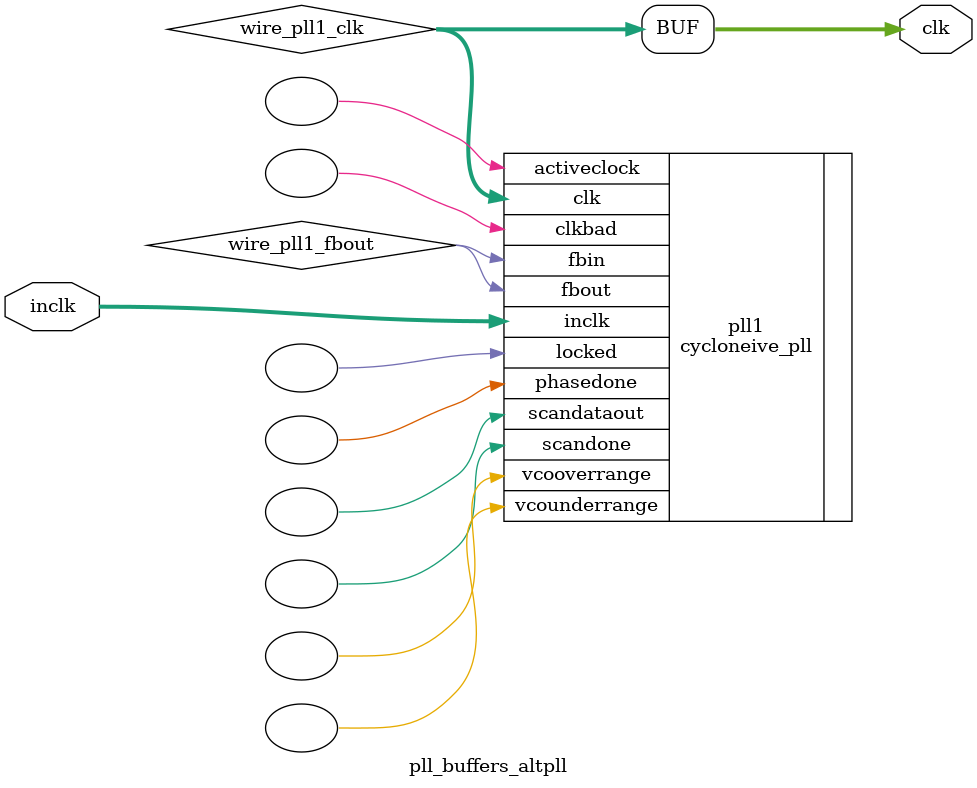
<source format=v>






//synthesis_resources = cycloneive_pll 1 
//synopsys translate_off
`timescale 1 ps / 1 ps
//synopsys translate_on
module  pll_buffers_altpll
	( 
	clk,
	inclk) /* synthesis synthesis_clearbox=1 */;
	output   [4:0]  clk;
	input   [1:0]  inclk;
`ifndef ALTERA_RESERVED_QIS
// synopsys translate_off
`endif
	tri0   [1:0]  inclk;
`ifndef ALTERA_RESERVED_QIS
// synopsys translate_on
`endif

	wire  [4:0]   wire_pll1_clk;
	wire  wire_pll1_fbout;

	cycloneive_pll   pll1
	( 
	.activeclock(),
	.clk(wire_pll1_clk),
	.clkbad(),
	.fbin(wire_pll1_fbout),
	.fbout(wire_pll1_fbout),
	.inclk(inclk),
	.locked(),
	.phasedone(),
	.scandataout(),
	.scandone(),
	.vcooverrange(),
	.vcounderrange()
	`ifndef FORMAL_VERIFICATION
	// synopsys translate_off
	`endif
	,
	.areset(1'b0),
	.clkswitch(1'b0),
	.configupdate(1'b0),
	.pfdena(1'b1),
	.phasecounterselect({3{1'b0}}),
	.phasestep(1'b0),
	.phaseupdown(1'b0),
	.scanclk(1'b0),
	.scanclkena(1'b1),
	.scandata(1'b0)
	`ifndef FORMAL_VERIFICATION
	// synopsys translate_on
	`endif
	);
	defparam
		pll1.bandwidth_type = "auto",
		pll1.clk0_divide_by = 1,
		pll1.clk0_duty_cycle = 50,
		pll1.clk0_multiply_by = 2,
		pll1.clk0_phase_shift = "0",
		pll1.compensate_clock = "clk0",
		pll1.inclk0_input_frequency = 40000,
		pll1.operation_mode = "normal",
		pll1.pll_type = "auto",
		pll1.lpm_type = "cycloneive_pll";
	assign
		clk = {wire_pll1_clk[4:0]};
endmodule //pll_buffers_altpll
//VALID FILE

</source>
